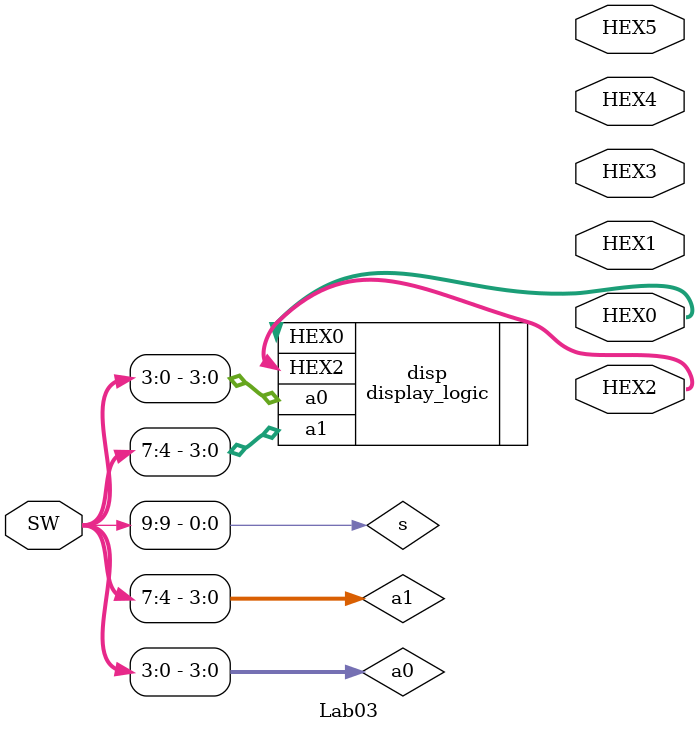
<source format=v>
module Lab03 (
    input  [9:0] SW,
    output [7:0] HEX0, HEX1, HEX2, HEX3, HEX4, HEX5
);

    wire [3:0] a0;
    wire [3:0] a1;
    wire s;

    assign a0 = SW[3:0];
    assign a1 = SW[7:4];
    assign s  = SW[9];

    wire [3:0] F;
    wire Cout;

    display_logic disp (
        .a0(a0),
        .a1(a1),
        .HEX0(HEX0),
        .HEX2(HEX2),
    );

endmodule
</source>
